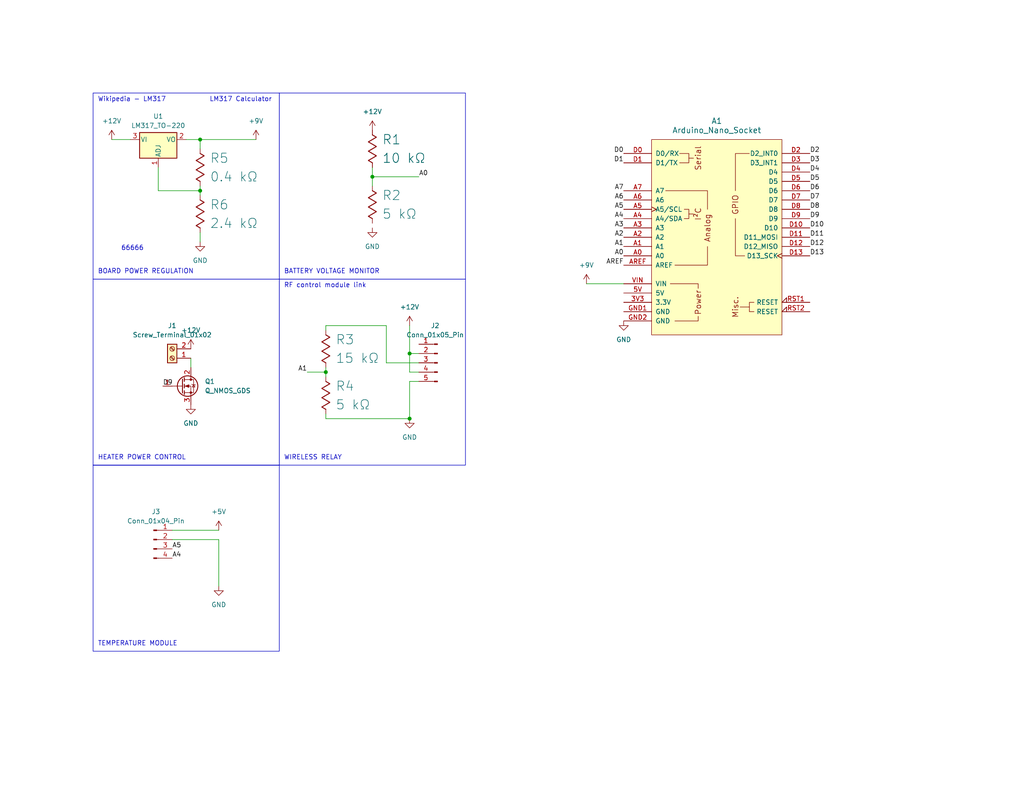
<source format=kicad_sch>
(kicad_sch (version 20230121) (generator eeschema)
  (paper "USLetter")
  (title_block (title "Windshield Heater") (rev "2") (company "ME692"))
  (lib_symbols
    (symbol "Connector:Conn_01x04_Pin" (pin_names (offset 1.016) hide)
      (property "Reference" "J" (at 0 5.08 0))
      (property "Value" "Conn_01x04_Pin" (at 0 -7.62 0))
      (symbol "Conn_01x04_Pin_1_1"
        (polyline (pts (xy 1.27 -5.08) (xy 0.8636 -5.08)) (stroke (width 0.1524)))
        (polyline (pts (xy 1.27 -2.54) (xy 0.8636 -2.54)) (stroke (width 0.1524)))
        (polyline (pts (xy 1.27 0) (xy 0.8636 0)) (stroke (width 0.1524)))
        (polyline (pts (xy 1.27 2.54) (xy 0.8636 2.54)) (stroke (width 0.1524)))
        (rectangle (start 0.8636 -4.953) (end 0 -5.207) (stroke (width 0.1524)) (fill (type outline)))
        (rectangle (start 0.8636 -2.413) (end 0 -2.667) (stroke (width 0.1524)) (fill (type outline)))
        (rectangle (start 0.8636 0.127) (end 0 -0.127) (stroke (width 0.1524)) (fill (type outline)))
        (rectangle (start 0.8636 2.667) (end 0 2.413) (stroke (width 0.1524)) (fill (type outline)))
        (pin passive line (at 5.08 2.54 180) (length 3.81) (name "Pin_1") (number "1"))
        (pin passive line (at 5.08 0 180) (length 3.81) (name "Pin_2") (number "2"))
        (pin passive line (at 5.08 -2.54 180) (length 3.81) (name "Pin_3") (number "3"))
        (pin passive line (at 5.08 -5.08 180) (length 3.81) (name "Pin_4") (number "4"))
      )
    )
    (symbol "Connector:Conn_01x05_Pin" (pin_names (offset 1.016) hide)
      (property "Reference" "J" (at 0 7.62 0))
      (property "Value" "Conn_01x05_Pin" (at 0 -7.62 0))
      (symbol "Conn_01x05_Pin_1_1"
        (polyline (pts (xy 1.27 -5.08) (xy 0.8636 -5.08)) (stroke (width 0.1524)))
        (polyline (pts (xy 1.27 -2.54) (xy 0.8636 -2.54)) (stroke (width 0.1524)))
        (polyline (pts (xy 1.27 0) (xy 0.8636 0)) (stroke (width 0.1524)))
        (polyline (pts (xy 1.27 2.54) (xy 0.8636 2.54)) (stroke (width 0.1524)))
        (polyline (pts (xy 1.27 5.08) (xy 0.8636 5.08)) (stroke (width 0.1524)))
        (rectangle (start 0.8636 -4.953) (end 0 -5.207) (stroke (width 0.1524)) (fill (type outline)))
        (rectangle (start 0.8636 -2.413) (end 0 -2.667) (stroke (width 0.1524)) (fill (type outline)))
        (rectangle (start 0.8636 0.127) (end 0 -0.127) (stroke (width 0.1524)) (fill (type outline)))
        (rectangle (start 0.8636 2.667) (end 0 2.413) (stroke (width 0.1524)) (fill (type outline)))
        (rectangle (start 0.8636 5.207) (end 0 4.953) (stroke (width 0.1524)) (fill (type outline)))
        (pin passive line (at 5.08 5.08 180) (length 3.81) (name "Pin_1") (number "1"))
        (pin passive line (at 5.08 2.54 180) (length 3.81) (name "Pin_2") (number "2"))
        (pin passive line (at 5.08 0 180) (length 3.81) (name "Pin_3") (number "3"))
        (pin passive line (at 5.08 -2.54 180) (length 3.81) (name "Pin_4") (number "4"))
        (pin passive line (at 5.08 -5.08 180) (length 3.81) (name "Pin_5") (number "5"))
      )
    )
    (symbol "Connector:Screw_Terminal_01x02" (pin_names (offset 1.016) hide)
      (property "Reference" "J" (at 0 2.54 0))
      (property "Value" "Screw_Terminal_01x02" (at 0 -5.08 0))
      (symbol "Screw_Terminal_01x02_1_1"
        (rectangle (start -1.27 1.27) (end 1.27 -3.81) (stroke (width 0.254)) (fill (type background)))
        (circle (center 0 -2.54) (radius 0.635) (stroke (width 0.1524)))
        (polyline (pts (xy -0.5334 -2.2098) (xy 0.3302 -3.048)) (stroke (width 0.1524)))
        (polyline (pts (xy -0.5334 0.3302) (xy 0.3302 -0.508)) (stroke (width 0.1524)))
        (polyline (pts (xy -0.3556 -2.032) (xy 0.508 -2.8702)) (stroke (width 0.1524)))
        (polyline (pts (xy -0.3556 0.508) (xy 0.508 -0.3302)) (stroke (width 0.1524)))
        (circle (center 0 0) (radius 0.635) (stroke (width 0.1524)))
        (pin passive line (at -5.08 0 0) (length 3.81) (name "Pin_1") (number "1"))
        (pin passive line (at -5.08 -2.54 0) (length 3.81) (name "Pin_2") (number "2"))
      )
    )
    (symbol "Device:Q_NMOS_GDS" (pin_names (offset 0) hide)
      (property "Reference" "Q" (at 5.08 1.27 0))
      (property "Value" "Q_NMOS_GDS" (at 5.08 -1.27 0))
      (symbol "Q_NMOS_GDS_0_1"
        (polyline (pts (xy 0.254 0) (xy -2.54 0)))
        (polyline (pts (xy 0.254 1.905) (xy 0.254 -1.905)) (stroke (width 0.254)))
        (polyline (pts (xy 0.762 -1.27) (xy 0.762 -2.286)) (stroke (width 0.254)))
        (polyline (pts (xy 0.762 0.508) (xy 0.762 -0.508)) (stroke (width 0.254)))
        (polyline (pts (xy 0.762 2.286) (xy 0.762 1.27)) (stroke (width 0.254)))
        (polyline (pts (xy 2.54 2.54) (xy 2.54 1.778)))
        (polyline (pts (xy 2.54 -2.54) (xy 2.54 0) (xy 0.762 0)))
        (polyline (pts (xy 0.762 -1.778) (xy 3.302 -1.778) (xy 3.302 1.778) (xy 0.762 1.778)))
        (polyline (pts (xy 1.016 0) (xy 2.032 0.381) (xy 2.032 -0.381) (xy 1.016 0)) (fill (type outline)))
        (polyline (pts (xy 2.794 0.508) (xy 2.921 0.381) (xy 3.683 0.381) (xy 3.81 0.254)))
        (polyline (pts (xy 3.302 0.381) (xy 2.921 -0.254) (xy 3.683 -0.254) (xy 3.302 0.381)))
        (circle (center 1.651 0) (radius 2.794) (stroke (width 0.254)))
        (circle (center 2.54 -1.778) (radius 0.254) (fill (type outline)))
        (circle (center 2.54 1.778) (radius 0.254) (fill (type outline)))
      )
      (symbol "Q_NMOS_GDS_1_1"
        (pin input line (at -5.08 0 0) (length 2.54) (name "G") (number "1"))
        (pin passive line (at 2.54 5.08 270) (length 2.54) (name "D") (number "2"))
        (pin passive line (at 2.54 -5.08 90) (length 2.54) (name "S") (number "3"))
      )
    )
    (symbol "GND_1" (power) (pin_names (offset 0))
      (property "Value" "GND_1" (at 0 -3.81 0))
      (symbol "GND_1_0_1"
        (polyline (pts (xy 0 0) (xy 0 -1.27) (xy 1.27 -1.27) (xy 0 -2.54) (xy -1.27 -1.27) (xy 0 -1.27)))
      )
      (symbol "GND_1_1_1"
        (pin power_in line (at 0 0 270) (length 0) hide (name "GND") (number "1"))
      )
    )
    (symbol "PCM_Generic:R,IEEE" (pin_numbers hide) (pin_names (offset 0) hide)
      (property "Reference" "R" (at 2.54 2.54 0))
      (property "Value" "R,IEEE" (at 2.54 -2.54 0))
      (symbol "R,IEEE_1_1"
        (polyline (pts (xy 0 3.81) (xy 1.0922 3.175) (xy -1.0922 1.905) (xy 1.0922 0.635) (xy -1.0922 -0.635) (xy 1.0922 -1.905) (xy -1.0922 -3.175) (xy 0 -3.81)) (stroke (width 0.254)))
        (pin passive line (at 0 5.08 270) (length 1.27) (name "+") (number "1"))
        (pin passive line (at 0 -5.08 90) (length 1.27) (name "-") (number "2"))
      )
    )
    (symbol "PCM_arduino-library:Arduino_Nano_Socket" (pin_names (offset 1.016))
      (property "Reference" "A" (at 0 33.02 0))
      (property "Value" "Arduino_Nano_Socket" (at 0 29.21 0))
      (symbol "Arduino_Nano_Socket_0_0"
        (rectangle (start -17.78 26.67) (end 17.78 -26.67) (fill (type background)))
        (polyline (pts (xy -7.62 6.35) (xy -6.35 6.35)))
        (polyline (pts (xy -7.62 21.59) (xy -6.35 21.59)))
        (polyline (pts (xy 8.89 -19.05) (xy 6.35 -19.05)))
        (polyline (pts (xy -11.43 -22.86) (xy -5.08 -22.86) (xy -5.08 -21.59)))
        (polyline (pts (xy -5.08 -13.97) (xy -5.08 -12.7) (xy -12.7 -12.7)))
        (polyline (pts (xy -10.16 22.86) (xy -7.62 22.86) (xy -7.62 20.32) (xy -10.16 20.32)))
        (polyline (pts (xy -8.89 7.62) (xy -7.62 7.62) (xy -7.62 5.08) (xy -8.89 5.08)))
        (text "Analog" (at -2.54 2.54 900) (effects (font (size 1.524 1.524))))
        (text "I²C" (at -5.08 6.35 900) (effects (font (size 1.524 1.524))))
        (text "Misc." (at 5.08 -19.05 900) (effects (font (size 1.524 1.524))))
        (text "Power" (at -5.08 -17.78 900) (effects (font (size 1.524 1.524))))
        (text "Serial" (at -5.08 21.59 900) (effects (font (size 1.524 1.524))))
      )
      (symbol "Arduino_Nano_Socket_0_1"
        (polyline (pts (xy -13.97 12.7) (xy -2.54 12.7) (xy -2.54 7.62)))
        (polyline (pts (xy -11.43 -7.62) (xy -2.54 -7.62) (xy -2.54 -2.54)))
        (polyline (pts (xy 7.62 -5.08) (xy 5.08 -5.08) (xy 5.08 5.08)))
        (polyline (pts (xy 8.89 22.86) (xy 5.08 22.86) (xy 5.08 12.7)))
        (polyline (pts (xy 10.16 -17.78) (xy 8.89 -17.78) (xy 8.89 -20.32) (xy 10.16 -20.32)))
      )
      (symbol "Arduino_Nano_Socket_1_0"
        (text "GPIO" (at 5.08 8.89 900) (effects (font (size 1.524 1.524))))
      )
      (symbol "Arduino_Nano_Socket_1_1"
        (pin power_out line (at -25.4 -17.78 0) (length 7.62) (name "3.3V") (number "3V3"))
        (pin power_in line (at -25.4 -15.24 0) (length 7.62) (name "5V") (number "5V"))
        (pin bidirectional line (at -25.4 -5.08 0) (length 7.62) (name "A0") (number "A0"))
        (pin bidirectional line (at -25.4 -2.54 0) (length 7.62) (name "A1") (number "A1"))
        (pin bidirectional line (at -25.4 0 0) (length 7.62) (name "A2") (number "A2"))
        (pin bidirectional line (at -25.4 2.54 0) (length 7.62) (name "A3") (number "A3"))
        (pin bidirectional line (at -25.4 5.08 0) (length 7.62) (name "A4/SDA") (number "A4"))
        (pin bidirectional clock (at -25.4 7.62 0) (length 7.62) (name "A5/SCL") (number "A5"))
        (pin input line (at -25.4 10.16 0) (length 7.62) (name "A6") (number "A6"))
        (pin input line (at -25.4 12.7 0) (length 7.62) (name "A7") (number "A7"))
        (pin input line (at -25.4 -7.62 0) (length 7.62) (name "AREF") (number "AREF"))
        (pin bidirectional line (at -25.4 22.86 0) (length 7.62) (name "D0/RX") (number "D0"))
        (pin bidirectional line (at -25.4 20.32 0) (length 7.62) (name "D1/TX") (number "D1"))
        (pin bidirectional line (at 25.4 2.54 180) (length 7.62) (name "D10") (number "D10"))
        (pin bidirectional line (at 25.4 0 180) (length 7.62) (name "D11_MOSI") (number "D11"))
        (pin bidirectional line (at 25.4 -2.54 180) (length 7.62) (name "D12_MISO") (number "D12"))
        (pin bidirectional clock (at 25.4 -5.08 180) (length 7.62) (name "D13_SCK") (number "D13"))
        (pin bidirectional line (at 25.4 22.86 180) (length 7.62) (name "D2_INT0") (number "D2"))
        (pin bidirectional line (at 25.4 20.32 180) (length 7.62) (name "D3_INT1") (number "D3"))
        (pin bidirectional line (at 25.4 17.78 180) (length 7.62) (name "D4") (number "D4"))
        (pin bidirectional line (at 25.4 15.24 180) (length 7.62) (name "D5") (number "D5"))
        (pin bidirectional line (at 25.4 12.7 180) (length 7.62) (name "D6") (number "D6"))
        (pin bidirectional line (at 25.4 10.16 180) (length 7.62) (name "D7") (number "D7"))
        (pin bidirectional line (at 25.4 7.62 180) (length 7.62) (name "D8") (number "D8"))
        (pin bidirectional line (at 25.4 5.08 180) (length 7.62) (name "D9") (number "D9"))
        (pin power_in line (at -25.4 -20.32 0) (length 7.62) (name "GND") (number "GND1"))
        (pin power_in line (at -25.4 -22.86 0) (length 7.62) (name "GND") (number "GND2"))
        (pin open_collector input_low (at 25.4 -17.78 180) (length 7.62) (name "RESET") (number "RST1"))
        (pin open_collector input_low (at 25.4 -20.32 180) (length 7.62) (name "RESET") (number "RST2"))
        (pin power_in line (at -25.4 -12.7 0) (length 7.62) (name "VIN") (number "VIN"))
      )
    )
    (symbol "Regulator_Linear:LM317_TO-220" (pin_names (offset 0.254))
      (property "Reference" "U" (at -3.81 3.175 0))
      (property "Value" "LM317_TO-220" (at 0 3.175 0))
      (symbol "LM317_TO-220_0_1"
        (rectangle (start -5.08 1.905) (end 5.08 -5.08) (stroke (width 0.254)) (fill (type background)))
      )
      (symbol "LM317_TO-220_1_1"
        (pin input line (at 0 -7.62 90) (length 2.54) (name "ADJ") (number "1"))
        (pin power_out line (at 7.62 0 180) (length 2.54) (name "VO") (number "2"))
        (pin power_in line (at -7.62 0 0) (length 2.54) (name "VI") (number "3"))
      )
    )
    (symbol "power:+12V" (power) (pin_names (offset 0))
      (property "Value" "+12V" (at 0 3.556 0))
      (symbol "+12V_0_1"
        (polyline (pts (xy -0.762 1.27) (xy 0 2.54)))
        (polyline (pts (xy 0 0) (xy 0 2.54)))
        (polyline (pts (xy 0 2.54) (xy 0.762 1.27)))
      )
      (symbol "+12V_1_1"
        (pin power_in line (at 0 0 90) (length 0) hide (name "+12V") (number "1"))
      )
    )
    (symbol "power:+5V" (power) (pin_names (offset 0))
      (property "Value" "+5V" (at 0 3.556 0))
      (symbol "+5V_0_1"
        (polyline (pts (xy -0.762 1.27) (xy 0 2.54)))
        (polyline (pts (xy 0 0) (xy 0 2.54)))
        (polyline (pts (xy 0 2.54) (xy 0.762 1.27)))
      )
      (symbol "+5V_1_1"
        (pin power_in line (at 0 0 90) (length 0) hide (name "+5V") (number "1"))
      )
    )
    (symbol "power:+9V" (power) (pin_names (offset 0))
      (property "Value" "+9V" (at 0 3.556 0))
      (symbol "+9V_0_1"
        (polyline (pts (xy -0.762 1.27) (xy 0 2.54)))
        (polyline (pts (xy 0 0) (xy 0 2.54)))
        (polyline (pts (xy 0 2.54) (xy 0.762 1.27)))
      )
      (symbol "+9V_1_1"
        (pin power_in line (at 0 0 90) (length 0) hide (name "+9V") (number "1"))
      )
    )
    (symbol "power:GND" (power) (pin_names (offset 0))
      (property "Value" "GND" (at 0 -3.81 0))
      (symbol "GND_0_1"
        (polyline (pts (xy 0 0) (xy 0 -1.27) (xy 1.27 -1.27) (xy 0 -2.54) (xy -1.27 -1.27) (xy 0 -1.27)))
      )
      (symbol "GND_1_1"
        (pin power_in line (at 0 0 270) (length 0) hide (name "GND") (number "1"))
      )
    )
  )
  (junction (at 101.6 48.26))
  (junction (at 111.76 96.52))
  (junction (at 54.61 38.1))
  (junction (at 111.76 114.3))
  (junction (at 54.61 52.07))
  (junction (at 88.9 101.6))
  (wire (pts (xy 101.6 45.72) (xy 101.6 48.26)))
  (wire (pts (xy 88.9 88.9) (xy 88.9 90.17)))
  (wire (pts (xy 105.41 99.06) (xy 114.3 99.06)))
  (wire (pts (xy 30.48 38.1) (xy 35.56 38.1)))
  (wire (pts (xy 160.02 77.47) (xy 170.18 77.47)))
  (wire (pts (xy 59.69 147.32) (xy 46.99 147.32)))
  (wire (pts (xy 54.61 66.04) (xy 54.61 63.5)))
  (wire (pts (xy 43.18 52.07) (xy 54.61 52.07)))
  (wire (pts (xy 52.07 97.79) (xy 52.07 100.33)))
  (wire (pts (xy 105.41 88.9) (xy 105.41 99.06)))
  (wire (pts (xy 88.9 113.03) (xy 88.9 114.3)))
  (wire (pts (xy 83.82 101.6) (xy 88.9 101.6)))
  (wire (pts (xy 111.76 96.52) (xy 114.3 96.52)))
  (wire (pts (xy 88.9 114.3) (xy 111.76 114.3)))
  (wire (pts (xy 50.8 38.1) (xy 54.61 38.1)))
  (wire (pts (xy 54.61 50.8) (xy 54.61 52.07)))
  (wire (pts (xy 101.6 48.26) (xy 101.6 50.8)))
  (wire (pts (xy 111.76 101.6) (xy 111.76 96.52)))
  (wire (pts (xy 88.9 100.33) (xy 88.9 101.6)))
  (wire (pts (xy 111.76 88.9) (xy 111.76 96.52)))
  (wire (pts (xy 59.69 160.02) (xy 59.69 147.32)))
  (wire (pts (xy 114.3 101.6) (xy 111.76 101.6)))
  (wire (pts (xy 101.6 48.26) (xy 114.3 48.26)))
  (wire (pts (xy 54.61 38.1) (xy 69.85 38.1)))
  (wire (pts (xy 46.99 144.78) (xy 59.69 144.78)))
  (wire (pts (xy 111.76 104.14) (xy 114.3 104.14)))
  (wire (pts (xy 88.9 88.9) (xy 105.41 88.9)))
  (wire (pts (xy 54.61 52.07) (xy 54.61 53.34)))
  (wire (pts (xy 54.61 38.1) (xy 54.61 40.64)))
  (wire (pts (xy 43.18 45.72) (xy 43.18 52.07)))
  (wire (pts (xy 88.9 101.6) (xy 88.9 102.87)))
  (wire (pts (xy 111.76 104.14) (xy 111.76 114.3)))
  (rectangle (start 76.2 76.2) (end 127 127))
  (rectangle (start 25.4 127) (end 76.2 177.8))
  (rectangle (start 25.4 76.2) (end 76.2 127))
  (rectangle (start 25.4 25.4) (end 76.2 76.2))
  (rectangle (start 76.2 25.4) (end 127 76.2))
  (text "Wikipedia - LM317" (at 26.67 27.94 0) (effects (font (size 1.27 1.27)) (justify left bottom)))
  (text "BATTERY VOLTAGE MONITOR" (at 77.47 74.93 0) (effects (font (size 1.27 1.27)) (justify left bottom)))
  (text "BOARD POWER REGULATION" (at 26.67 74.93 0) (effects (font (size 1.27 1.27)) (justify left bottom)))
  (text "RF control module link" (at 77.47 78.74 0) (effects (font (size 1.27 1.27)) (justify left bottom)))
  (text "HEATER POWER CONTROL" (at 26.67 125.73 0) (effects (font (size 1.27 1.27)) (justify left bottom)))
  (text "TEMPERATURE MODULE" (at 26.67 176.53 0) (effects (font (size 1.27 1.27)) (justify left bottom)))
  (text "66666" (at 33.02 68.58 0) (effects (font (size 1.27 1.27)) (justify left bottom)))
  (text "WIRELESS RELAY" (at 77.47 125.73 0) (effects (font (size 1.27 1.27)) (justify left bottom)))
  (text "LM317 Calculator" (at 57.15 27.94 0) (effects (font (size 1.27 1.27)) (justify left bottom)))
  (label "D6" (at 220.98 52.07 0))
  (label "A5" (at 46.99 149.86 0))
  (label "D0" (at 170.18 41.91 180))
  (label "D13" (at 220.98 69.85 0))
  (label "D7" (at 220.98 54.61 0))
  (label "A4" (at 46.99 152.4 0))
  (label "D1" (at 170.18 44.45 180))
  (label "A1" (at 170.18 67.31 180))
  (label "D12" (at 220.98 67.31 0))
  (label "D11" (at 220.98 64.77 0))
  (label "D9" (at 220.98 59.69 0))
  (label "A0" (at 170.18 69.85 180))
  (label "D4" (at 220.98 46.99 0))
  (label "A4" (at 170.18 59.69 180))
  (label "AREF" (at 170.18 72.39 180))
  (label "D5" (at 220.98 49.53 0))
  (label "D9" (at 44.45 105.41 0))
  (label "A1" (at 83.82 101.6 180))
  (label "A2" (at 170.18 64.77 180))
  (label "D8" (at 220.98 57.15 0))
  (label "D10" (at 220.98 62.23 0))
  (label "A3" (at 170.18 62.23 180))
  (label "A6" (at 170.18 54.61 180))
  (label "D2" (at 220.98 41.91 0))
  (label "A0" (at 114.3 48.26 0))
  (label "A7" (at 170.18 52.07 180))
  (label "D3" (at 220.98 44.45 0))
  (label "A5" (at 170.18 57.15 180))
  (symbol (lib_id "power:GND") (at 59.69 160.02 0) (unit 1)
    (property "Reference" "#PWR013" (effects hide))
    (property "Value" "GND" (at 59.69 165.1 0))
  )
  (symbol (lib_id "PCM_Generic:R,IEEE") (at 54.61 58.42 0) (unit 1)
    (property "Reference" "R6" (at 57.15 55.8799 0) (effects (font (size 2.54 2.54)) (justify left)))
    (property "Value" "2.4 kΩ" (at 57.15 60.9599 0) (effects (font (size 2.54 2.54)) (justify left)))
    (property "Footprint" "Resistor_THT:R_Axial_DIN0207_L6.3mm_D2.5mm_P10.16mm_Horizontal" (effects hide))
    (property "Indicator" "+" (effects hide))
  )
  (symbol (lib_id "PCM_Generic:R,IEEE") (at 54.61 45.72 0) (unit 1)
    (property "Reference" "R5" (at 57.15 43.1799 0) (effects (font (size 2.54 2.54)) (justify left)))
    (property "Value" "0.4 kΩ" (at 57.15 48.2599 0) (effects (font (size 2.54 2.54)) (justify left)))
    (property "Footprint" "Resistor_THT:R_Axial_DIN0207_L6.3mm_D2.5mm_P10.16mm_Horizontal" (effects hide))
    (property "Indicator" "+" (effects hide))
  )
  (symbol (lib_id "power:+12V") (at 30.48 38.1 0) (unit 1)
    (property "Reference" "#PWR08" (effects hide))
    (property "Value" "+12V" (at 30.48 33.02 0))
  )
  (symbol (lib_id "PCM_Generic:R,IEEE") (at 101.6 40.64 0) (unit 1)
    (property "Reference" "R1" (at 104.14 38.0999 0) (effects (font (size 2.54 2.54)) (justify left)))
    (property "Value" "10 kΩ" (at 104.14 43.1799 0) (effects (font (size 2.54 2.54)) (justify left)))
    (property "Footprint" "Resistor_THT:R_Axial_DIN0207_L6.3mm_D2.5mm_P10.16mm_Horizontal" (effects hide))
    (property "Indicator" "+" (effects hide))
  )
  (symbol (lib_id "power:+9V") (at 160.02 77.47 0) (unit 1)
    (property "Reference" "#PWR011" (effects hide))
    (property "Value" "+9V" (at 160.02 72.39 0))
  )
  (symbol (lib_id "Regulator_Linear:LM317_TO-220") (at 43.18 38.1 0) (unit 1)
    (property "Reference" "U1" (at 43.18 31.75 0))
    (property "Value" "LM317_TO-220" (at 43.18 34.29 0))
    (property "Footprint" "Package_TO_SOT_THT:TO-220-3_Vertical" (effects hide))
    (property "Datasheet" "http://www.ti.com/lit/ds/symlink/lm317.pdf" (effects hide))
  )
  (symbol (lib_id "power:+5V") (at 59.69 144.78 0) (unit 1)
    (property "Reference" "#PWR012" (effects hide))
    (property "Value" "+5V" (at 59.69 139.7 0))
  )
  (symbol (lib_id "Connector:Conn_01x05_Pin") (at 119.38 99.06 0) (mirror y) (unit 1)
    (property "Reference" "J2" (at 118.745 88.9 0))
    (property "Value" "Conn_01x05_Pin" (at 118.745 91.44 0))
    (property "Footprint" "Connector_PinHeader_2.54mm:PinHeader_1x05_P2.54mm_Vertical" (effects hide))
  )
  (symbol (lib_id "PCM_Generic:R,IEEE") (at 101.6 55.88 0) (unit 1)
    (property "Reference" "R2" (at 104.14 53.3399 0) (effects (font (size 2.54 2.54)) (justify left)))
    (property "Value" "5 kΩ" (at 104.14 58.4199 0) (effects (font (size 2.54 2.54)) (justify left)))
    (property "Footprint" "Resistor_THT:R_Axial_DIN0207_L6.3mm_D2.5mm_P10.16mm_Horizontal" (effects hide))
    (property "Indicator" "+" (effects hide))
  )
  (symbol (lib_id "power:+12V") (at 101.6 35.56 0) (unit 1)
    (property "Reference" "#PWR01" (effects hide))
    (property "Value" "+12V" (at 101.6 30.48 0))
  )
  (symbol (lib_id "power:GND") (at 52.07 110.49 0) (unit 1)
    (property "Reference" "#PWR07" (effects hide))
    (property "Value" "GND" (at 52.07 115.57 0))
  )
  (symbol (lib_id "power:+12V") (at 111.76 88.9 0) (unit 1)
    (property "Reference" "#PWR04" (effects hide))
    (property "Value" "+12V" (at 111.76 83.82 0))
  )
  (symbol (lib_id "power:+9V") (at 69.85 38.1 0) (unit 1)
    (property "Reference" "#PWR09" (effects hide))
    (property "Value" "+9V" (at 69.85 33.02 0))
  )
  (symbol (lib_id "Connector:Screw_Terminal_01x02") (at 46.99 97.79 180) (unit 1)
    (property "Reference" "J1" (at 46.99 88.9 0))
    (property "Value" "Screw_Terminal_01x02" (at 46.99 91.44 0))
    (property "Footprint" "Connector_PinHeader_2.54mm:PinHeader_1x02_P2.54mm_Vertical" (effects hide))
  )
  (symbol (lib_id "Device:Q_NMOS_GDS") (at 49.53 105.41 0) (unit 1)
    (property "Reference" "Q1" (at 55.88 104.14 0) (effects (justify left)))
    (property "Value" "Q_NMOS_GDS" (at 55.88 106.68 0) (effects (justify left)))
    (property "Footprint" "Package_TO_SOT_THT:TO-220-3_Vertical" (effects hide))
    (property "Datasheet" "https://4donline.ihs.com/images/VipMasterIC/IC/NEXP/NEXP-S-A0003060256/NEXP-S-A0003059732-1.pdf?hkey=6D3A4C79FDBF58556ACFDE234799DDF0" (effects hide))
    (property "Catalog No" "74AH1189 " (effects hide))
    (property "Vendor" "Newark" (effects hide))
  )
  (symbol (lib_id "power:+12V") (at 52.07 95.25 0) (unit 1)
    (property "Reference" "#PWR03" (effects hide))
    (property "Value" "+12V" (at 52.07 90.17 0))
  )
  (symbol (lib_id "power:GND") (at 170.18 87.63 0) (unit 1)
    (property "Reference" "#PWR06" (effects hide))
    (property "Value" "GND" (at 170.18 92.71 0))
  )
  (symbol (lib_id "PCM_arduino-library:Arduino_Nano_Socket") (at 195.58 64.77 0) (unit 1)
    (property "Reference" "A1" (at 195.58 33.02 0) (effects (font (size 1.524 1.524))))
    (property "Value" "Arduino_Nano_Socket" (at 195.58 35.56 0) (effects (font (size 1.524 1.524))))
    (property "Footprint" "PCM_arduino-library:Arduino_Nano_Socket" (effects hide))
    (property "Datasheet" "https://docs.arduino.cc/hardware/nano" (effects hide))
  )
  (symbol (lib_id "PCM_Generic:R,IEEE") (at 88.9 107.95 0) (unit 1)
    (property "Reference" "R4" (at 91.44 105.4099 0) (effects (font (size 2.54 2.54)) (justify left)))
    (property "Value" "5 kΩ" (at 91.44 110.4899 0) (effects (font (size 2.54 2.54)) (justify left)))
    (property "Footprint" "Resistor_THT:R_Axial_DIN0207_L6.3mm_D2.5mm_P10.16mm_Horizontal" (effects hide))
    (property "Indicator" "+" (effects hide))
  )
  (symbol (lib_name "GND_1") (lib_id "power:GND") (at 54.61 66.04 0) (unit 1)
    (property "Reference" "#PWR010" (effects hide))
    (property "Value" "GND" (at 54.61 71.12 0))
  )
  (symbol (lib_id "Connector:Conn_01x04_Pin") (at 41.91 147.32 0) (unit 1)
    (property "Reference" "J3" (at 42.545 139.7 0))
    (property "Value" "Conn_01x04_Pin" (at 42.545 142.24 0))
  )
  (symbol (lib_name "GND_1") (lib_id "power:GND") (at 101.6 62.23 0) (unit 1)
    (property "Reference" "#PWR02" (effects hide))
    (property "Value" "GND" (at 101.6 67.31 0))
  )
  (symbol (lib_id "power:GND") (at 111.76 114.3 0) (unit 1)
    (property "Reference" "#PWR05" (effects hide))
    (property "Value" "GND" (at 111.76 119.38 0))
  )
  (symbol (lib_id "PCM_Generic:R,IEEE") (at 88.9 95.25 0) (unit 1)
    (property "Reference" "R3" (at 91.44 92.7099 0) (effects (font (size 2.54 2.54)) (justify left)))
    (property "Value" "15 kΩ" (at 91.44 97.7899 0) (effects (font (size 2.54 2.54)) (justify left)))
    (property "Footprint" "Resistor_THT:R_Axial_DIN0207_L6.3mm_D2.5mm_P10.16mm_Horizontal" (effects hide))
    (property "Indicator" "+" (effects hide))
  )
)
</source>
